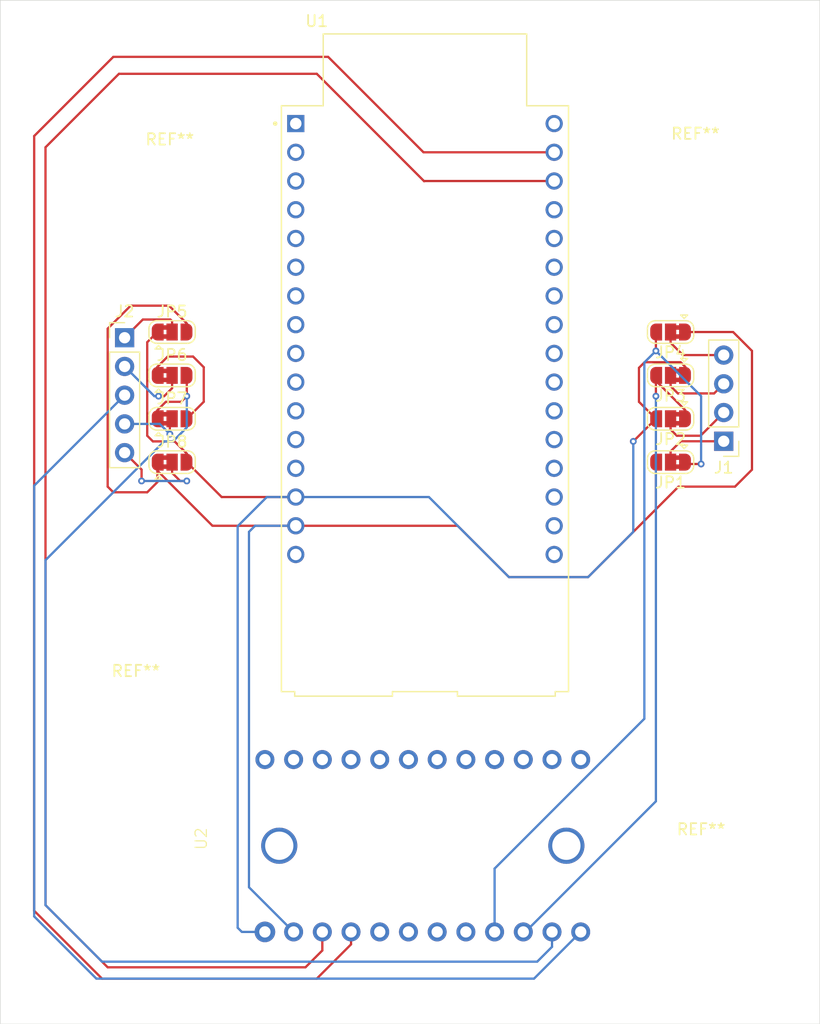
<source format=kicad_pcb>
(kicad_pcb (version 20240108) (generator "pcbnew") (generator_version "8.0")
  (layers (0 "F.Cu" signal) (31 "B.Cu" signal) (34 "B.Paste" user) (35 "F.Paste" user) (36 "B.SilkS" user "B.Silkscreen") (37 "F.SilkS" user "F.Silkscreen") (38 "B.Mask" user) (39 "F.Mask" user) (44 "Edge.Cuts" user))
  (net 0 "")
  (net 1 "Net-(J1-Pin_1)")
  (net 2 "Net-(J1-Pin_2)")
  (net 3 "Net-(J1-Pin_3)")
  (net 4 "Net-(J1-Pin_4)")
  (net 5 "SC1")
  (net 6 "Net-(J2-Pin_2)")
  (net 7 "Net-(J2-Pin_4)")
  (net 8 "Net-(J2-Pin_5)")
  (net 9 "Net-(J2-Pin_1)")
  (net 10 "GND")
  (net 11 "SD0")
  (net 12 "SC0")
  (net 13 "+5V")
  (net 14 "IRQ")
  (net 15 "SD1")
  (net 25 "+3.3V")
  (net 39 "SCL")
  (net 42 "SDA")
  (net 46 "RST")
  (footprint "Jumper:SolderJumper-3_P1.3mm_Bridged2Bar12_RoundedPad1.0x1.5mm" (layer "F.Cu") (at 170.3 89.835 180)
    (property "Reference" "JP1" (at 0 -1.8 360) (layer "F.SilkS"))
    (property "Value" "SolderJumper_3_Open")
    (fp_poly (pts (xy -0.9 0.2) (xy -0.4 0.2) (xy -0.4 0.6) (xy -0.9 0.6)) (fill solid) (layer "F.Cu"))
    (fp_poly (pts (xy -0.9 -0.6) (xy -0.4 -0.6) (xy -0.4 -0.2) (xy -0.9 -0.2)) (fill solid) (layer "F.Cu"))
    (fp_line (start 2.05 -0.3) (end 2.05 0.3) (stroke (width 0.12)) (layer "F.SilkS"))
    (fp_line (start 1.4 1) (end -1.4 1) (stroke (width 0.12)) (layer "F.SilkS"))
    (fp_line (start -1.2 1.2) (end -0.9 1.5) (stroke (width 0.12)) (layer "F.SilkS"))
    (fp_line (start -1.2 1.2) (end -1.5 1.5) (stroke (width 0.12)) (layer "F.SilkS"))
    (fp_line (start -1.4 -1) (end 1.4 -1) (stroke (width 0.12)) (layer "F.SilkS"))
    (fp_line (start -1.5 1.5) (end -0.9 1.5) (stroke (width 0.12)) (layer "F.SilkS"))
    (fp_line (start -2.05 0.3) (end -2.05 -0.3) (stroke (width 0.12)) (layer "F.SilkS"))
    (fp_arc (start 2.05 0.3) (mid 1.844975 0.794975) (end 1.35 1) (stroke (width 0.12)) (layer "F.SilkS"))
    (fp_arc (start 1.35 -1) (mid 1.844975 -0.794975) (end 2.05 -0.3) (stroke (width 0.12)) (layer "F.SilkS"))
    (fp_arc (start -1.35 1) (mid -1.844975 0.794975) (end -2.05 0.3) (stroke (width 0.12)) (layer "F.SilkS"))
    (fp_arc (start -2.05 -0.3) (mid -1.844975 -0.794975) (end -1.35 -1) (stroke (width 0.12)) (layer "F.SilkS"))
    (pad "1" smd custom (at -1.3 0 180) (size 1 0.5) (layers "F.Cu" "F.Mask") (net 11 "SD0") (options (clearance outline) (anchor rect)) (primitives (gr_circle (center 0 0.25) (end 0.5 0.25) (width 0) (fill yes)) (gr_circle (center 0 -0.25) (end 0.5 -0.25) (width 0) (fill yes)) (gr_poly (pts (xy 0.55 0.75) (xy 0 0.75) (xy 0 -0.75) (xy 0.55 -0.75)) (width 0) (fill yes))))
    (pad "2" smd rect (at 0 0 180) (size 1 1.5) (layers "F.Cu" "F.Mask") (net 1 "Net-(J1-Pin_1)"))
    (pad "3" smd custom (at 1.3 0 180) (size 1 0.5) (layers "F.Cu" "F.Mask") (net 10 "GND") (options (clearance outline) (anchor rect)) (primitives (gr_circle (center 0 0.25) (end 0.5 0.25) (width 0) (fill yes)) (gr_circle (center 0 -0.25) (end 0.5 -0.25) (width 0) (fill yes)) (gr_poly (pts (xy 0 0.75) (xy -0.55 0.75) (xy -0.55 -0.75) (xy 0 -0.75)) (width 0) (fill yes))))
  )
  (footprint "Jumper:SolderJumper-3_P1.3mm_Bridged2Bar12_RoundedPad1.0x1.5mm" (layer "F.Cu") (at 126.2 89.835)
    (property "Reference" "JP8" (at 0 -1.8 360) (layer "F.SilkS"))
    (property "Value" "SolderJumper_3_Open")
    (fp_poly (pts (xy -0.9 -0.6) (xy -0.4 -0.6) (xy -0.4 -0.2) (xy -0.9 -0.2)) (fill solid) (layer "F.Cu"))
    (fp_poly (pts (xy -0.9 0.2) (xy -0.4 0.2) (xy -0.4 0.6) (xy -0.9 0.6)) (fill solid) (layer "F.Cu"))
    (fp_line (start -2.05 0.3) (end -2.05 -0.3) (stroke (width 0.12)) (layer "F.SilkS"))
    (fp_line (start -1.5 1.5) (end -0.9 1.5) (stroke (width 0.12)) (layer "F.SilkS"))
    (fp_line (start -1.4 -1) (end 1.4 -1) (stroke (width 0.12)) (layer "F.SilkS"))
    (fp_line (start -1.2 1.2) (end -1.5 1.5) (stroke (width 0.12)) (layer "F.SilkS"))
    (fp_line (start -1.2 1.2) (end -0.9 1.5) (stroke (width 0.12)) (layer "F.SilkS"))
    (fp_line (start 1.4 1) (end -1.4 1) (stroke (width 0.12)) (layer "F.SilkS"))
    (fp_line (start 2.05 -0.3) (end 2.05 0.3) (stroke (width 0.12)) (layer "F.SilkS"))
    (fp_arc (start -2.05 -0.3) (mid -1.844975 -0.794975) (end -1.35 -1) (stroke (width 0.12)) (layer "F.SilkS"))
    (fp_arc (start -1.35 1) (mid -1.844975 0.794975) (end -2.05 0.3) (stroke (width 0.12)) (layer "F.SilkS"))
    (fp_arc (start 1.35 -1) (mid 1.844975 -0.794975) (end 2.05 -0.3) (stroke (width 0.12)) (layer "F.SilkS"))
    (fp_arc (start 2.05 0.3) (mid 1.844975 0.794975) (end 1.35 1) (stroke (width 0.12)) (layer "F.SilkS"))
    (pad "1" smd custom (at -1.3 0) (size 1 0.5) (layers "F.Cu" "F.Mask") (net 10 "GND") (options (clearance outline) (anchor rect)) (primitives (gr_circle (center 0 0.25) (end 0.5 0.25) (width 0) (fill yes)) (gr_circle (center 0 -0.25) (end 0.5 -0.25) (width 0) (fill yes)) (gr_poly (pts (xy 0.55 0.75) (xy 0 0.75) (xy 0 -0.75) (xy 0.55 -0.75)) (width 0) (fill yes))))
    (pad "2" smd rect (at 0 0) (size 1 1.5) (layers "F.Cu" "F.Mask") (net 8 "Net-(J2-Pin_5)"))
    (pad "3" smd custom (at 1.3 0) (size 1 0.5) (layers "F.Cu" "F.Mask") (net 13 "+5V") (options (clearance outline) (anchor rect)) (primitives (gr_circle (center 0 0.25) (end 0.5 0.25) (width 0) (fill yes)) (gr_circle (center 0 -0.25) (end 0.5 -0.25) (width 0) (fill yes)) (gr_poly (pts (xy 0 0.75) (xy -0.55 0.75) (xy -0.55 -0.75) (xy 0 -0.75)) (width 0) (fill yes))))
  )
  (footprint "Jumper:SolderJumper-3_P1.3mm_Bridged2Bar12_RoundedPad1.0x1.5mm" (layer "F.Cu") (at 170.3 78.33 180)
    (property "Reference" "JP4" (at 0 -1.8 360) (layer "F.SilkS"))
    (property "Value" "SolderJumper_3_Open")
    (fp_poly (pts (xy -0.9 0.2) (xy -0.4 0.2) (xy -0.4 0.6) (xy -0.9 0.6)) (fill solid) (layer "F.Cu"))
    (fp_poly (pts (xy -0.9 -0.6) (xy -0.4 -0.6) (xy -0.4 -0.2) (xy -0.9 -0.2)) (fill solid) (layer "F.Cu"))
    (fp_line (start 2.05 -0.3) (end 2.05 0.3) (stroke (width 0.12)) (layer "F.SilkS"))
    (fp_line (start 1.4 1) (end -1.4 1) (stroke (width 0.12)) (layer "F.SilkS"))
    (fp_line (start -1.2 1.2) (end -0.9 1.5) (stroke (width 0.12)) (layer "F.SilkS"))
    (fp_line (start -1.2 1.2) (end -1.5 1.5) (stroke (width 0.12)) (layer "F.SilkS"))
    (fp_line (start -1.4 -1) (end 1.4 -1) (stroke (width 0.12)) (layer "F.SilkS"))
    (fp_line (start -1.5 1.5) (end -0.9 1.5) (stroke (width 0.12)) (layer "F.SilkS"))
    (fp_line (start -2.05 0.3) (end -2.05 -0.3) (stroke (width 0.12)) (layer "F.SilkS"))
    (fp_arc (start 2.05 0.3) (mid 1.844975 0.794975) (end 1.35 1) (stroke (width 0.12)) (layer "F.SilkS"))
    (fp_arc (start 1.35 -1) (mid 1.844975 -0.794975) (end 2.05 -0.3) (stroke (width 0.12)) (layer "F.SilkS"))
    (fp_arc (start -1.35 1) (mid -1.844975 0.794975) (end -2.05 0.3) (stroke (width 0.12)) (layer "F.SilkS"))
    (fp_arc (start -2.05 -0.3) (mid -1.844975 -0.794975) (end -1.35 -1) (stroke (width 0.12)) (layer "F.SilkS"))
    (pad "1" smd custom (at -1.3 0 180) (size 1 0.5) (layers "F.Cu" "F.Mask") (net 10 "GND") (options (clearance outline) (anchor rect)) (primitives (gr_circle (center 0 0.25) (end 0.5 0.25) (width 0) (fill yes)) (gr_circle (center 0 -0.25) (end 0.5 -0.25) (width 0) (fill yes)) (gr_poly (pts (xy 0.55 0.75) (xy 0 0.75) (xy 0 -0.75) (xy 0.55 -0.75)) (width 0) (fill yes))))
    (pad "2" smd rect (at 0 0 180) (size 1 1.5) (layers "F.Cu" "F.Mask") (net 4 "Net-(J1-Pin_4)"))
    (pad "3" smd custom (at 1.3 0 180) (size 1 0.5) (layers "F.Cu" "F.Mask") (net 11 "SD0") (options (clearance outline) (anchor rect)) (primitives (gr_circle (center 0 0.25) (end 0.5 0.25) (width 0) (fill yes)) (gr_circle (center 0 -0.25) (end 0.5 -0.25) (width 0) (fill yes)) (gr_poly (pts (xy 0 0.75) (xy -0.55 0.75) (xy -0.55 -0.75) (xy 0 -0.75)) (width 0) (fill yes))))
  )
  (footprint "Library:MODULE_ESP32-C6-DEVKITC-1-N8" (layer "F.Cu") (at 148.57 84.225)
    (property "Reference" "U1" (at -9.575 -33.385 0) (layer "F.SilkS"))
    (property "Value" "ESP32-C6-DEVKITC-1-N8")
    (fp_line (start -12.7 -25.9) (end -9 -25.9) (stroke (width 0.127)) (layer "F.SilkS"))
    (fp_line (start -12.7 25.9) (end -12.7 -25.9) (stroke (width 0.127)) (layer "F.SilkS"))
    (fp_line (start -11.525 25.9) (end -12.7 25.9) (stroke (width 0.127)) (layer "F.SilkS"))
    (fp_line (start -11.525 25.9) (end -11.525 26.3) (stroke (width 0.127)) (layer "F.SilkS"))
    (fp_line (start -11.525 26.3) (end -2.875 26.3) (stroke (width 0.127)) (layer "F.SilkS"))
    (fp_line (start -9 -32.25) (end 9 -32.25) (stroke (width 0.127)) (layer "F.SilkS"))
    (fp_line (start -9 -25.9) (end -9 -32.25) (stroke (width 0.127)) (layer "F.SilkS"))
    (fp_line (start -2.875 26.3) (end -2.875 25.9) (stroke (width 0.127)) (layer "F.SilkS"))
    (fp_line (start 2.875 25.9) (end -2.875 25.9) (stroke (width 0.127)) (layer "F.SilkS"))
    (fp_line (start 2.875 25.9) (end 2.875 26.3) (stroke (width 0.127)) (layer "F.SilkS"))
    (fp_line (start 2.875 26.3) (end 11.525 26.3) (stroke (width 0.127)) (layer "F.SilkS"))
    (fp_line (start 9 -32.25) (end 9 -25.9) (stroke (width 0.127)) (layer "F.SilkS"))
    (fp_line (start 9 -25.9) (end 12.7 -25.9) (stroke (width 0.127)) (layer "F.SilkS"))
    (fp_line (start 11.525 26.3) (end 11.525 25.9) (stroke (width 0.127)) (layer "F.SilkS"))
    (fp_line (start 12.7 -25.9) (end 12.7 25.9) (stroke (width 0.127)) (layer "F.SilkS"))
    (fp_line (start 12.7 25.9) (end 11.525 25.9) (stroke (width 0.127)) (layer "F.SilkS"))
    (fp_circle (center -13.25 -24.325) (end -13.15 -24.325) (stroke (width 0.2)) (fill none) (layer "F.SilkS"))
    (pad "J1_1" thru_hole rect (at -11.43 -24.325) (size 1.524 1.524) (drill 1.016) (layers "*.Cu" "*.Mask") (net 25 "+3.3V"))
    (pad "J1_2" thru_hole circle (at -11.43 -21.785) (size 1.524 1.524) (drill 1.016) (layers "*.Cu" "*.Mask"))
    (pad "J1_3" thru_hole circle (at -11.43 -19.245) (size 1.524 1.524) (drill 1.016) (layers "*.Cu" "*.Mask"))
    (pad "J1_4" thru_hole circle (at -11.43 -16.705) (size 1.524 1.524) (drill 1.016) (layers "*.Cu" "*.Mask"))
    (pad "J1_5" thru_hole circle (at -11.43 -14.165) (size 1.524 1.524) (drill 1.016) (layers "*.Cu" "*.Mask"))
    (pad "J1_6" thru_hole circle (at -11.43 -11.625) (size 1.524 1.524) (drill 1.016) (layers "*.Cu" "*.Mask"))
    (pad "J1_7" thru_hole circle (at -11.43 -9.085) (size 1.524 1.524) (drill 1.016) (layers "*.Cu" "*.Mask"))
    (pad "J1_8" thru_hole circle (at -11.43 -6.545) (size 1.524 1.524) (drill 1.016) (layers "*.Cu" "*.Mask"))
    (pad "J1_9" thru_hole circle (at -11.43 -4.005) (size 1.524 1.524) (drill 1.016) (layers "*.Cu" "*.Mask"))
    (pad "J1_10" thru_hole circle (at -11.43 -1.465) (size 1.524 1.524) (drill 1.016) (layers "*.Cu" "*.Mask"))
    (pad "J1_11" thru_hole circle (at -11.43 1.075) (size 1.524 1.524) (drill 1.016) (layers "*.Cu" "*.Mask"))
    (pad "J1_12" thru_hole circle (at -11.43 3.615) (size 1.524 1.524) (drill 1.016) (layers "*.Cu" "*.Mask"))
    (pad "J1_13" thru_hole circle (at -11.43 6.155) (size 1.524 1.524) (drill 1.016) (layers "*.Cu" "*.Mask"))
    (pad "J1_14" thru_hole circle (at -11.43 8.695) (size 1.524 1.524) (drill 1.016) (layers "*.Cu" "*.Mask") (net 13 "+5V"))
    (pad "J1_15" thru_hole circle (at -11.43 11.235) (size 1.524 1.524) (drill 1.016) (layers "*.Cu" "*.Mask") (net 10 "GND"))
    (pad "J1_16" thru_hole circle (at -11.43 13.775) (size 1.524 1.524) (drill 1.016) (layers "*.Cu" "*.Mask"))
    (pad "J3_1" thru_hole circle (at 11.43 -24.325) (size 1.524 1.524) (drill 1.016) (layers "*.Cu" "*.Mask"))
    (pad "J3_2" thru_hole circle (at 11.43 -21.785) (size 1.524 1.524) (drill 1.016) (layers "*.Cu" "*.Mask") (net 39 "SCL"))
    (pad "J3_3" thru_hole circle (at 11.43 -19.245) (size 1.524 1.524) (drill 1.016) (layers "*.Cu" "*.Mask") (net 42 "SDA"))
    (pad "J3_4" thru_hole circle (at 11.43 -16.705) (size 1.524 1.524) (drill 1.016) (layers "*.Cu" "*.Mask"))
    (pad "J3_5" thru_hole circle (at 11.43 -14.165) (size 1.524 1.524) (drill 1.016) (layers "*.Cu" "*.Mask"))
    (pad "J3_6" thru_hole circle (at 11.43 -11.625) (size 1.524 1.524) (drill 1.016) (layers "*.Cu" "*.Mask"))
    (pad "J3_7" thru_hole circle (at 11.43 -9.085) (size 1.524 1.524) (drill 1.016) (layers "*.Cu" "*.Mask"))
    (pad "J3_8" thru_hole circle (at 11.43 -6.545) (size 1.524 1.524) (drill 1.016) (layers "*.Cu" "*.Mask"))
    (pad "J3_9" thru_hole circle (at 11.43 -4.005) (size 1.524 1.524) (drill 1.016) (layers "*.Cu" "*.Mask"))
    (pad "J3_10" thru_hole circle (at 11.43 -1.465) (size 1.524 1.524) (drill 1.016) (layers "*.Cu" "*.Mask"))
    (pad "J3_11" thru_hole circle (at 11.43 1.075) (size 1.524 1.524) (drill 1.016) (layers "*.Cu" "*.Mask"))
    (pad "J3_12" thru_hole circle (at 11.43 3.615) (size 1.524 1.524) (drill 1.016) (layers "*.Cu" "*.Mask"))
    (pad "J3_13" thru_hole circle (at 11.43 6.155) (size 1.524 1.524) (drill 1.016) (layers "*.Cu" "*.Mask"))
    (pad "J3_14" thru_hole circle (at 11.43 8.695) (size 1.524 1.524) (drill 1.016) (layers "*.Cu" "*.Mask"))
    (pad "J3_15" thru_hole circle (at 11.43 11.235) (size 1.524 1.524) (drill 1.016) (layers "*.Cu" "*.Mask"))
    (pad "J3_16" thru_hole circle (at 11.43 13.775) (size 1.524 1.524) (drill 1.016) (layers "*.Cu" "*.Mask"))
  )
  (footprint "MountingHole:MountingHole_3.2mm_M3" (layer "F.Cu") (at 173 126.5)
    (property "Reference" "REF**" (at 0 -4.2 0) (layer "F.SilkS"))
    (property "Value" "MountingHole_3.2mm_M3")
    (pad "" np_thru_hole circle (at 0 0) (size 3.2 3.2) (drill 3.2) (layers "F&B.Cu" "*.Mask"))
  )
  (footprint "Jumper:SolderJumper-3_P1.3mm_Bridged2Bar12_RoundedPad1.0x1.5mm" (layer "F.Cu") (at 170.3 82.165 180)
    (property "Reference" "JP3" (at 0 -1.8 360) (layer "F.SilkS"))
    (property "Value" "SolderJumper_3_Open")
    (fp_poly (pts (xy -0.9 0.2) (xy -0.4 0.2) (xy -0.4 0.6) (xy -0.9 0.6)) (fill solid) (layer "F.Cu"))
    (fp_poly (pts (xy -0.9 -0.6) (xy -0.4 -0.6) (xy -0.4 -0.2) (xy -0.9 -0.2)) (fill solid) (layer "F.Cu"))
    (fp_line (start 2.05 -0.3) (end 2.05 0.3) (stroke (width 0.12)) (layer "F.SilkS"))
    (fp_line (start 1.4 1) (end -1.4 1) (stroke (width 0.12)) (layer "F.SilkS"))
    (fp_line (start -1.2 1.2) (end -0.9 1.5) (stroke (width 0.12)) (layer "F.SilkS"))
    (fp_line (start -1.2 1.2) (end -1.5 1.5) (stroke (width 0.12)) (layer "F.SilkS"))
    (fp_line (start -1.4 -1) (end 1.4 -1) (stroke (width 0.12)) (layer "F.SilkS"))
    (fp_line (start -1.5 1.5) (end -0.9 1.5) (stroke (width 0.12)) (layer "F.SilkS"))
    (fp_line (start -2.05 0.3) (end -2.05 -0.3) (stroke (width 0.12)) (layer "F.SilkS"))
    (fp_arc (start 2.05 0.3) (mid 1.844975 0.794975) (end 1.35 1) (stroke (width 0.12)) (layer "F.SilkS"))
    (fp_arc (start 1.35 -1) (mid 1.844975 -0.794975) (end 2.05 -0.3) (stroke (width 0.12)) (layer "F.SilkS"))
    (fp_arc (start -1.35 1) (mid -1.844975 0.794975) (end -2.05 0.3) (stroke (width 0.12)) (layer "F.SilkS"))
    (fp_arc (start -2.05 -0.3) (mid -1.844975 -0.794975) (end -1.35 -1) (stroke (width 0.12)) (layer "F.SilkS"))
    (pad "1" smd custom (at -1.3 0 180) (size 1 0.5) (layers "F.Cu" "F.Mask") (net 13 "+5V") (options (clearance outline) (anchor rect)) (primitives (gr_circle (center 0 0.25) (end 0.5 0.25) (width 0) (fill yes)) (gr_circle (center 0 -0.25) (end 0.5 -0.25) (width 0) (fill yes)) (gr_poly (pts (xy 0.55 0.75) (xy 0 0.75) (xy 0 -0.75) (xy 0.55 -0.75)) (width 0) (fill yes))))
    (pad "2" smd rect (at 0 0 180) (size 1 1.5) (layers "F.Cu" "F.Mask") (net 3 "Net-(J1-Pin_3)"))
    (pad "3" smd custom (at 1.3 0 180) (size 1 0.5) (layers "F.Cu" "F.Mask") (net 12 "SC0") (options (clearance outline) (anchor rect)) (primitives (gr_circle (center 0 0.25) (end 0.5 0.25) (width 0) (fill yes)) (gr_circle (center 0 -0.25) (end 0.5 -0.25) (width 0) (fill yes)) (gr_poly (pts (xy 0 0.75) (xy -0.55 0.75) (xy -0.55 -0.75) (xy 0 -0.75)) (width 0) (fill yes))))
  )
  (footprint "Connector_PinHeader_2.54mm:PinHeader_1x05_P2.54mm_Vertical" (layer "F.Cu") (at 122 78.835)
    (property "Reference" "J2" (at 0 -2.33 360) (layer "F.SilkS"))
    (property "Value" "Conn_01x05_Socket")
    (fp_line (start -1.33 -1.33) (end 0 -1.33) (stroke (width 0.12)) (layer "F.SilkS"))
    (fp_line (start -1.33 0) (end -1.33 -1.33) (stroke (width 0.12)) (layer "F.SilkS"))
    (fp_line (start -1.33 1.27) (end -1.33 11.49) (stroke (width 0.12)) (layer "F.SilkS"))
    (fp_line (start -1.33 1.27) (end 1.33 1.27) (stroke (width 0.12)) (layer "F.SilkS"))
    (fp_line (start -1.33 11.49) (end 1.33 11.49) (stroke (width 0.12)) (layer "F.SilkS"))
    (fp_line (start 1.33 1.27) (end 1.33 11.49) (stroke (width 0.12)) (layer "F.SilkS"))
    (pad "1" thru_hole rect (at 0 0) (size 1.7 1.7) (drill 1) (layers "*.Cu" "*.Mask") (net 9 "Net-(J2-Pin_1)"))
    (pad "2" thru_hole oval (at 0 2.54) (size 1.7 1.7) (drill 1) (layers "*.Cu" "*.Mask") (net 6 "Net-(J2-Pin_2)"))
    (pad "3" thru_hole oval (at 0 5.08) (size 1.7 1.7) (drill 1) (layers "*.Cu" "*.Mask") (net 5 "SC1"))
    (pad "4" thru_hole oval (at 0 7.62) (size 1.7 1.7) (drill 1) (layers "*.Cu" "*.Mask") (net 7 "Net-(J2-Pin_4)"))
    (pad "5" thru_hole oval (at 0 10.16) (size 1.7 1.7) (drill 1) (layers "*.Cu" "*.Mask") (net 8 "Net-(J2-Pin_5)"))
  )
  (footprint "MountingHole:MountingHole_3.2mm_M3" (layer "F.Cu") (at 123 112.5)
    (property "Reference" "REF**" (at 0 -4.2 0) (layer "F.SilkS"))
    (property "Value" "MountingHole_3.2mm_M3")
    (pad "" np_thru_hole circle (at 0 0) (size 3.2 3.2) (drill 3.2) (layers "F&B.Cu" "*.Mask"))
  )
  (footprint "Library:B0BFD4X6YV" (layer "F.Cu") (at 129.27 123.13 90)
    (property "Reference" "U2" (at 0 -0.5 90) (layer "F.SilkS") (effects (font (thickness 0.1))))
    (property "Value" "~")
    (pad "1" thru_hole circle (at -8.24 5.14 90) (size 1.824476 1.824476) (drill 1) (layers "*.Cu" "*.Mask") (net 13 "+5V"))
    (pad "2" thru_hole circle (at -8.24 7.68 90) (size 1.6764 1.6764) (drill 1) (layers "*.Cu" "*.Mask") (net 10 "GND"))
    (pad "3" thru_hole circle (at -8.24 10.22 90) (size 1.6764 1.6764) (drill 1) (layers "*.Cu" "*.Mask") (net 42 "SDA"))
    (pad "4" thru_hole circle (at -8.24 12.76 90) (size 1.6764 1.6764) (drill 1) (layers "*.Cu" "*.Mask") (net 39 "SCL"))
    (pad "5" thru_hole circle (at -8.24 15.3 90) (size 1.6764 1.6764) (drill 1) (layers "*.Cu" "*.Mask") (net 46 "RST"))
    (pad "6" thru_hole circle (at -8.24 17.84 90) (size 1.6764 1.6764) (drill 1) (layers "*.Cu" "*.Mask"))
    (pad "7" thru_hole circle (at -8.24 20.38 90) (size 1.6764 1.6764) (drill 1) (layers "*.Cu" "*.Mask"))
    (pad "8" thru_hole circle (at -8.24 22.92 90) (size 1.6764 1.6764) (drill 1) (layers "*.Cu" "*.Mask"))
    (pad "9" thru_hole circle (at -8.24 25.46 90) (size 1.6764 1.6764) (drill 1) (layers "*.Cu" "*.Mask") (net 11 "SD0"))
    (pad "10" thru_hole circle (at -8.24 28 90) (size 1.6764 1.6764) (drill 1) (layers "*.Cu" "*.Mask") (net 12 "SC0"))
    (pad "11" thru_hole circle (at -8.24 30.54 90) (size 1.6764 1.6764) (drill 1) (layers "*.Cu" "*.Mask") (net 15 "SD1"))
    (pad "12" thru_hole circle (at -8.24 33.08 90) (size 1.6764 1.6764) (drill 1) (layers "*.Cu" "*.Mask") (net 5 "SC1"))
    (pad "13" thru_hole circle (at 7 33.08 270) (size 1.6764 1.6764) (drill 1) (layers "*.Cu" "*.Mask"))
    (pad "14" thru_hole circle (at 7 30.54 270) (size 1.6764 1.6764) (drill 1) (layers "*.Cu" "*.Mask"))
    (pad "15" thru_hole circle (at 7 28 270) (size 1.6764 1.6764) (drill 1) (layers "*.Cu" "*.Mask"))
    (pad "16" thru_hole circle (at 7 25.46 270) (size 1.6764 1.6764) (drill 1) (layers "*.Cu" "*.Mask"))
    (pad "17" thru_hole circle (at 7 22.92 270) (size 1.6764 1.6764) (drill 1) (layers "*.Cu" "*.Mask"))
    (pad "18" thru_hole circle (at 7 20.38 270) (size 1.6764 1.6764) (drill 1) (layers "*.Cu" "*.Mask"))
    (pad "19" thru_hole circle (at 7 17.84 270) (size 1.6764 1.6764) (drill 1) (layers "*.Cu" "*.Mask"))
    (pad "20" thru_hole circle (at 7 15.3 270) (size 1.6764 1.6764) (drill 1) (layers "*.Cu" "*.Mask"))
    (pad "21" thru_hole circle (at 7 12.76 270) (size 1.6764 1.6764) (drill 1) (layers "*.Cu" "*.Mask"))
    (pad "22" thru_hole circle (at 7 10.22 270) (size 1.6764 1.6764) (drill 1) (layers "*.Cu" "*.Mask"))
    (pad "23" thru_hole circle (at 7 7.68 270) (size 1.6764 1.6764) (drill 1) (layers "*.Cu" "*.Mask"))
    (pad "24" thru_hole circle (at 7 5.14 270) (size 1.6764 1.6764) (drill 1) (layers "*.Cu" "*.Mask"))
    (pad "P$1" thru_hole circle (at -0.62 6.41 90) (size 3.2 3.2) (drill 2.5) (layers "*.Cu" "*.Mask"))
    (pad "P$1" thru_hole circle (at -0.62 31.81 90) (size 3.2 3.2) (drill 2.5) (layers "*.Cu" "*.Mask"))
  )
  (footprint "Jumper:SolderJumper-3_P1.3mm_Bridged2Bar12_RoundedPad1.0x1.5mm" (layer "F.Cu") (at 126.2 78.33)
    (property "Reference" "JP5" (at 0 -1.8 360) (layer "F.SilkS"))
    (property "Value" "SolderJumper_3_Open")
    (fp_poly (pts (xy -0.9 -0.6) (xy -0.4 -0.6) (xy -0.4 -0.2) (xy -0.9 -0.2)) (fill solid) (layer "F.Cu"))
    (fp_poly (pts (xy -0.9 0.2) (xy -0.4 0.2) (xy -0.4 0.6) (xy -0.9 0.6)) (fill solid) (layer "F.Cu"))
    (fp_line (start -2.05 0.3) (end -2.05 -0.3) (stroke (width 0.12)) (layer "F.SilkS"))
    (fp_line (start -1.5 1.5) (end -0.9 1.5) (stroke (width 0.12)) (layer "F.SilkS"))
    (fp_line (start -1.4 -1) (end 1.4 -1) (stroke (width 0.12)) (layer "F.SilkS"))
    (fp_line (start -1.2 1.2) (end -1.5 1.5) (stroke (width 0.12)) (layer "F.SilkS"))
    (fp_line (start -1.2 1.2) (end -0.9 1.5) (stroke (width 0.12)) (layer "F.SilkS"))
    (fp_line (start 1.4 1) (end -1.4 1) (stroke (width 0.12)) (layer "F.SilkS"))
    (fp_line (start 2.05 -0.3) (end 2.05 0.3) (stroke (width 0.12)) (layer "F.SilkS"))
    (fp_arc (start -2.05 -0.3) (mid -1.844975 -0.794975) (end -1.35 -1) (stroke (width 0.12)) (layer "F.SilkS"))
    (fp_arc (start -1.35 1) (mid -1.844975 0.794975) (end -2.05 0.3) (stroke (width 0.12)) (layer "F.SilkS"))
    (fp_arc (start 1.35 -1) (mid 1.844975 -0.794975) (end 2.05 -0.3) (stroke (width 0.12)) (layer "F.SilkS"))
    (fp_arc (start 2.05 0.3) (mid 1.844975 0.794975) (end 1.35 1) (stroke (width 0.12)) (layer "F.SilkS"))
    (pad "1" smd custom (at -1.3 0) (size 1 0.5) (layers "F.Cu" "F.Mask") (net 13 "+5V") (options (clearance outline) (anchor rect)) (primitives (gr_circle (center 0 0.25) (end 0.5 0.25) (width 0) (fill yes)) (gr_circle (center 0 -0.25) (end 0.5 -0.25) (width 0) (fill yes)) (gr_poly (pts (xy 0.55 0.75) (xy 0 0.75) (xy 0 -0.75) (xy 0.55 -0.75)) (width 0) (fill yes))))
    (pad "2" smd rect (at 0 0) (size 1 1.5) (layers "F.Cu" "F.Mask") (net 9 "Net-(J2-Pin_1)"))
    (pad "3" smd custom (at 1.3 0) (size 1 0.5) (layers "F.Cu" "F.Mask") (net 10 "GND") (options (clearance outline) (anchor rect)) (primitives (gr_circle (center 0 0.25) (end 0.5 0.25) (width 0) (fill yes)) (gr_circle (center 0 -0.25) (end 0.5 -0.25) (width 0) (fill yes)) (gr_poly (pts (xy 0 0.75) (xy -0.55 0.75) (xy -0.55 -0.75) (xy 0 -0.75)) (width 0) (fill yes))))
  )
  (footprint "MountingHole:MountingHole_3.2mm_M3" (layer "F.Cu") (at 172.5 65)
    (property "Reference" "REF**" (at 0 -4.2 0) (layer "F.SilkS"))
    (property "Value" "MountingHole_3.2mm_M3")
    (pad "" np_thru_hole circle (at 0 0) (size 3.2 3.2) (drill 3.2) (layers "F&B.Cu" "*.Mask"))
  )
  (footprint "Connector_PinHeader_2.54mm:PinHeader_1x04_P2.54mm_Vertical" (layer "F.Cu") (at 175 87.99 180)
    (property "Reference" "J1" (at 0 -2.33 360) (layer "F.SilkS"))
    (property "Value" "Conn_01x04_Socket")
    (fp_line (start 1.33 1.27) (end 1.33 8.95) (stroke (width 0.12)) (layer "F.SilkS"))
    (fp_line (start -1.33 8.95) (end 1.33 8.95) (stroke (width 0.12)) (layer "F.SilkS"))
    (fp_line (start -1.33 1.27) (end 1.33 1.27) (stroke (width 0.12)) (layer "F.SilkS"))
    (fp_line (start -1.33 1.27) (end -1.33 8.95) (stroke (width 0.12)) (layer "F.SilkS"))
    (fp_line (start -1.33 0) (end -1.33 -1.33) (stroke (width 0.12)) (layer "F.SilkS"))
    (fp_line (start -1.33 -1.33) (end 0 -1.33) (stroke (width 0.12)) (layer "F.SilkS"))
    (pad "1" thru_hole rect (at 0 0 180) (size 1.7 1.7) (drill 1) (layers "*.Cu" "*.Mask") (net 1 "Net-(J1-Pin_1)"))
    (pad "2" thru_hole oval (at 0 2.54 180) (size 1.7 1.7) (drill 1) (layers "*.Cu" "*.Mask") (net 2 "Net-(J1-Pin_2)"))
    (pad "3" thru_hole oval (at 0 5.08 180) (size 1.7 1.7) (drill 1) (layers "*.Cu" "*.Mask") (net 3 "Net-(J1-Pin_3)"))
    (pad "4" thru_hole oval (at 0 7.62 180) (size 1.7 1.7) (drill 1) (layers "*.Cu" "*.Mask") (net 4 "Net-(J1-Pin_4)"))
  )
  (footprint "Jumper:SolderJumper-3_P1.3mm_Bridged2Bar12_RoundedPad1.0x1.5mm" (layer "F.Cu") (at 126.2 82.165)
    (property "Reference" "JP6" (at 0 -1.8 360) (layer "F.SilkS"))
    (property "Value" "SolderJumper_3_Open")
    (fp_poly (pts (xy -0.9 -0.6) (xy -0.4 -0.6) (xy -0.4 -0.2) (xy -0.9 -0.2)) (fill solid) (layer "F.Cu"))
    (fp_poly (pts (xy -0.9 0.2) (xy -0.4 0.2) (xy -0.4 0.6) (xy -0.9 0.6)) (fill solid) (layer "F.Cu"))
    (fp_line (start -2.05 0.3) (end -2.05 -0.3) (stroke (width 0.12)) (layer "F.SilkS"))
    (fp_line (start -1.5 1.5) (end -0.9 1.5) (stroke (width 0.12)) (layer "F.SilkS"))
    (fp_line (start -1.4 -1) (end 1.4 -1) (stroke (width 0.12)) (layer "F.SilkS"))
    (fp_line (start -1.2 1.2) (end -1.5 1.5) (stroke (width 0.12)) (layer "F.SilkS"))
    (fp_line (start -1.2 1.2) (end -0.9 1.5) (stroke (width 0.12)) (layer "F.SilkS"))
    (fp_line (start 1.4 1) (end -1.4 1) (stroke (width 0.12)) (layer "F.SilkS"))
    (fp_line (start 2.05 -0.3) (end 2.05 0.3) (stroke (width 0.12)) (layer "F.SilkS"))
    (fp_arc (start -2.05 -0.3) (mid -1.844975 -0.794975) (end -1.35 -1) (stroke (width 0.12)) (layer "F.SilkS"))
    (fp_arc (start -1.35 1) (mid -1.844975 0.794975) (end -2.05 0.3) (stroke (width 0.12)) (layer "F.SilkS"))
    (fp_arc (start 1.35 -1) (mid 1.844975 -0.794975) (end 2.05 -0.3) (stroke (width 0.12)) (layer "F.SilkS"))
    (fp_arc (start 2.05 0.3) (mid 1.844975 0.794975) (end 1.35 1) (stroke (width 0.12)) (layer "F.SilkS"))
    (pad "1" smd custom (at -1.3 0) (size 1 0.5) (layers "F.Cu" "F.Mask") (net 14 "IRQ") (options (clearance outline) (anchor rect)) (primitives (gr_circle (center 0 0.25) (end 0.5 0.25) (width 0) (fill yes)) (gr_circle (center 0 -0.25) (end 0.5 -0.25) (width 0) (fill yes)) (gr_poly (pts (xy 0.55 0.75) (xy 0 0.75) (xy 0 -0.75) (xy 0.55 -0.75)) (width 0) (fill yes))))
    (pad "2" smd rect (at 0 0) (size 1 1.5) (layers "F.Cu" "F.Mask") (net 6 "Net-(J2-Pin_2)"))
    (pad "3" smd custom (at 1.3 0) (size 1 0.5) (layers "F.Cu" "F.Mask") (net 15 "SD1") (options (clearance outline) (anchor rect)) (primitives (gr_circle (center 0 0.25) (end 0.5 0.25) (width 0) (fill yes)) (gr_circle (center 0 -0.25) (end 0.5 -0.25) (width 0) (fill yes)) (gr_poly (pts (xy 0 0.75) (xy -0.55 0.75) (xy -0.55 -0.75) (xy 0 -0.75)) (width 0) (fill yes))))
  )
  (footprint "Jumper:SolderJumper-3_P1.3mm_Bridged2Bar12_RoundedPad1.0x1.5mm" (layer "F.Cu") (at 126.2 86)
    (property "Reference" "JP7" (at 0 -1.8 360) (layer "F.SilkS"))
    (property "Value" "SolderJumper_3_Open")
    (fp_poly (pts (xy -0.9 -0.6) (xy -0.4 -0.6) (xy -0.4 -0.2) (xy -0.9 -0.2)) (fill solid) (layer "F.Cu"))
    (fp_poly (pts (xy -0.9 0.2) (xy -0.4 0.2) (xy -0.4 0.6) (xy -0.9 0.6)) (fill solid) (layer "F.Cu"))
    (fp_line (start -2.05 0.3) (end -2.05 -0.3) (stroke (width 0.12)) (layer "F.SilkS"))
    (fp_line (start -1.5 1.5) (end -0.9 1.5) (stroke (width 0.12)) (layer "F.SilkS"))
    (fp_line (start -1.4 -1) (end 1.4 -1) (stroke (width 0.12)) (layer "F.SilkS"))
    (fp_line (start -1.2 1.2) (end -1.5 1.5) (stroke (width 0.12)) (layer "F.SilkS"))
    (fp_line (start -1.2 1.2) (end -0.9 1.5) (stroke (width 0.12)) (layer "F.SilkS"))
    (fp_line (start 1.4 1) (end -1.4 1) (stroke (width 0.12)) (layer "F.SilkS"))
    (fp_line (start 2.05 -0.3) (end 2.05 0.3) (stroke (width 0.12)) (layer "F.SilkS"))
    (fp_arc (start -2.05 -0.3) (mid -1.844975 -0.794975) (end -1.35 -1) (stroke (width 0.12)) (layer "F.SilkS"))
    (fp_arc (start -1.35 1) (mid -1.844975 0.794975) (end -2.05 0.3) (stroke (width 0.12)) (layer "F.SilkS"))
    (fp_arc (start 1.35 -1) (mid 1.844975 -0.794975) (end 2.05 -0.3) (stroke (width 0.12)) (layer "F.SilkS"))
    (fp_arc (start 2.05 0.3) (mid 1.844975 0.794975) (end 1.35 1) (stroke (width 0.12)) (layer "F.SilkS"))
    (pad "1" smd custom (at -1.3 0) (size 1 0.5) (layers "F.Cu" "F.Mask") (net 15 "SD1") (options (clearance outline) (anchor rect)) (primitives (gr_circle (center 0 0.25) (end 0.5 0.25) (width 0) (fill yes)) (gr_circle (center 0 -0.25) (end 0.5 -0.25) (width 0) (fill yes)) (gr_poly (pts (xy 0.55 0.75) (xy 0 0.75) (xy 0 -0.75) (xy 0.55 -0.75)) (width 0) (fill yes))))
    (pad "2" smd rect (at 0 0) (size 1 1.5) (layers "F.Cu" "F.Mask") (net 7 "Net-(J2-Pin_4)"))
    (pad "3" smd custom (at 1.3 0) (size 1 0.5) (layers "F.Cu" "F.Mask") (net 14 "IRQ") (options (clearance outline) (anchor rect)) (primitives (gr_circle (center 0 0.25) (end 0.5 0.25) (width 0) (fill yes)) (gr_circle (center 0 -0.25) (end 0.5 -0.25) (width 0) (fill yes)) (gr_poly (pts (xy 0 0.75) (xy -0.55 0.75) (xy -0.55 -0.75) (xy 0 -0.75)) (width 0) (fill yes))))
  )
  (footprint "MountingHole:MountingHole_3.2mm_M3" (layer "F.Cu") (at 126 65.5)
    (property "Reference" "REF**" (at 0 -4.2 0) (layer "F.SilkS"))
    (property "Value" "MountingHole_3.2mm_M3")
    (pad "" np_thru_hole circle (at 0 0) (size 3.2 3.2) (drill 3.2) (layers "*.Cu" "*.Mask"))
  )
  (footprint "Jumper:SolderJumper-3_P1.3mm_Bridged2Bar12_RoundedPad1.0x1.5mm" (layer "F.Cu") (at 170.3 86 180)
    (property "Reference" "JP2" (at 0 -1.8 360) (layer "F.SilkS"))
    (property "Value" "SolderJumper_3_Open")
    (fp_poly (pts (xy -0.9 0.2) (xy -0.4 0.2) (xy -0.4 0.6) (xy -0.9 0.6)) (fill solid) (layer "F.Cu"))
    (fp_poly (pts (xy -0.9 -0.6) (xy -0.4 -0.6) (xy -0.4 -0.2) (xy -0.9 -0.2)) (fill solid) (layer "F.Cu"))
    (fp_line (start 2.05 -0.3) (end 2.05 0.3) (stroke (width 0.12)) (layer "F.SilkS"))
    (fp_line (start 1.4 1) (end -1.4 1) (stroke (width 0.12)) (layer "F.SilkS"))
    (fp_line (start -1.2 1.2) (end -0.9 1.5) (stroke (width 0.12)) (layer "F.SilkS"))
    (fp_line (start -1.2 1.2) (end -1.5 1.5) (stroke (width 0.12)) (layer "F.SilkS"))
    (fp_line (start -1.4 -1) (end 1.4 -1) (stroke (width 0.12)) (layer "F.SilkS"))
    (fp_line (start -1.5 1.5) (end -0.9 1.5) (stroke (width 0.12)) (layer "F.SilkS"))
    (fp_line (start -2.05 0.3) (end -2.05 -0.3) (stroke (width 0.12)) (layer "F.SilkS"))
    (fp_arc (start 2.05 0.3) (mid 1.844975 0.794975) (end 1.35 1) (stroke (width 0.12)) (layer "F.SilkS"))
    (fp_arc (start 1.35 -1) (mid 1.844975 -0.794975) (end 2.05 -0.3) (stroke (width 0.12)) (layer "F.SilkS"))
    (fp_arc (start -1.35 1) (mid -1.844975 0.794975) (end -2.05 0.3) (stroke (width 0.12)) (layer "F.SilkS"))
    (fp_arc (start -2.05 -0.3) (mid -1.844975 -0.794975) (end -1.35 -1) (stroke (width 0.12)) (layer "F.SilkS"))
    (pad "1" smd custom (at -1.3 0 180) (size 1 0.5) (layers "F.Cu" "F.Mask") (net 12 "SC0") (options (clearance outline) (anchor rect)) (primitives (gr_circle (center 0 0.25) (end 0.5 0.25) (width 0) (fill yes)) (gr_circle (center 0 -0.25) (end 0.5 -0.25) (width 0) (fill yes)) (gr_poly (pts (xy 0.55 0.75) (xy 0 0.75) (xy 0 -0.75) (xy 0.55 -0.75)) (width 0) (fill yes))))
    (pad "2" smd rect (at 0 0 180) (size 1 1.5) (layers "F.Cu" "F.Mask") (net 2 "Net-(J1-Pin_2)"))
    (pad "3" smd custom (at 1.3 0 180) (size 1 0.5) (layers "F.Cu" "F.Mask") (net 13 "+5V") (options (clearance outline) (anchor rect)) (primitives (gr_circle (center 0 0.25) (end 0.5 0.25) (width 0) (fill yes)) (gr_circle (center 0 -0.25) (end 0.5 -0.25) (width 0) (fill yes)) (gr_poly (pts (xy 0 0.75) (xy -0.55 0.75) (xy -0.55 -0.75) (xy 0 -0.75)) (width 0) (fill yes))))
  )
  (gr_rect (start 111 49) (end 183.5 139.5) (stroke (width 0.05)) (fill none) (layer "Edge.Cuts"))
  (segment (start 171.195 87.99) (end 170.3 88.885) (width 0.2) (layer "F.Cu") (net 1))
  (segment (start 170.3 88.885) (end 170.3 89.835) (width 0.2) (layer "F.Cu") (net 1))
  (segment (start 175 87.99) (end 171.195 87.99) (width 0.2) (layer "F.Cu") (net 1))
  (segment (start 170.85 87.5) (end 170.3 86.95) (width 0.2) (layer "F.Cu") (net 2))
  (segment (start 170.3 86.95) (end 170.3 86) (width 0.2) (layer "F.Cu") (net 2))
  (segment (start 172.95 87.5) (end 170.85 87.5) (width 0.2) (layer "F.Cu") (net 2))
  (segment (start 175 85.45) (end 172.95 87.5) (width 0.2) (layer "F.Cu") (net 2))
  (segment (start 175 82.91) (end 174.15 83.76) (width 0.2) (layer "F.Cu") (net 3))
  (segment (start 170.3 83.115) (end 170.3 82.165) (width 0.2) (layer "F.Cu") (net 3))
  (segment (start 170.945 83.76) (end 170.3 83.115) (width 0.2) (layer "F.Cu") (net 3))
  (segment (start 174.15 83.76) (end 170.945 83.76) (width 0.2) (layer "F.Cu") (net 3))
  (segment (start 170.3 79.28) (end 170.3 78.33) (width 0.2) (layer "F.Cu") (net 4))
  (segment (start 175 80.37) (end 171.39 80.37) (width 0.2) (layer "F.Cu") (net 4))
  (segment (start 171.39 80.37) (end 170.3 79.28) (width 0.2) (layer "F.Cu") (net 4))
  (segment (start 119.5 135.5) (end 114 130) (width 0.2) (layer "B.Cu") (net 5))
  (segment (start 162.35 131.37) (end 158.22 135.5) (width 0.2) (layer "B.Cu") (net 5))
  (segment (start 158.22 135.5) (end 119.5 135.5) (width 0.2) (layer "B.Cu") (net 5))
  (segment (start 114 91.915) (end 122 83.915) (width 0.2) (layer "B.Cu") (net 5))
  (segment (start 114 130) (end 114 91.915) (width 0.2) (layer "B.Cu") (net 5))
  (segment (start 125.5 84) (end 126.2 83.3) (width 0.2) (layer "F.Cu") (net 6))
  (segment (start 125 84) (end 125.5 84) (width 0.2) (layer "F.Cu") (net 6))
  (segment (start 126.2 83.3) (end 126.2 82.165) (width 0.2) (layer "F.Cu") (net 6))
  (via (at 125 84) (size 0.6) (drill 0.3) (layers "F.Cu" "B.Cu") (net 6))
  (segment (start 124.625 84) (end 125 84) (width 0.2) (layer "B.Cu") (net 6))
  (segment (start 122 81.375) (end 124.625 84) (width 0.2) (layer "B.Cu") (net 6))
  (segment (start 126 86.2) (end 126.2 86) (width 0.2) (layer "F.Cu") (net 7))
  (segment (start 126 87.35) (end 126 86.2) (width 0.2) (layer "F.Cu") (net 7))
  (via (at 126 87.35) (size 0.6) (drill 0.3) (layers "F.Cu" "B.Cu") (net 7))
  (segment (start 122 86.455) (end 125.105 86.455) (width 0.2) (layer "B.Cu") (net 7))
  (segment (start 125.105 86.455) (end 126 87.35) (width 0.2) (layer "B.Cu") (net 7))
  (segment (start 126.2 90.785) (end 126.2 89.835) (width 0.2) (layer "F.Cu") (net 8))
  (segment (start 127.5 91.5) (end 126.915 91.5) (width 0.2) (layer "F.Cu") (net 8))
  (segment (start 123.5 90.495) (end 123.5 91.5) (width 0.2) (layer "F.Cu") (net 8))
  (segment (start 126.915 91.5) (end 126.2 90.785) (width 0.2) (layer "F.Cu") (net 8))
  (segment (start 122 88.995) (end 123.5 90.495) (width 0.2) (layer "F.Cu") (net 8))
  (via (at 123.5 91.5) (size 0.6) (drill 0.3) (layers "F.Cu" "B.Cu") (net 8))
  (via (at 127.5 91.5) (size 0.6) (drill 0.3) (layers "F.Cu" "B.Cu") (net 8))
  (segment (start 123.5 91.5) (end 127.5 91.5) (width 0.2) (layer "B.Cu") (net 8))
  (segment (start 126.045 77.225) (end 126.2 77.38) (width 0.2) (layer "F.Cu") (net 9))
  (segment (start 126.2 77.38) (end 126.2 78.33) (width 0.2) (layer "F.Cu") (net 9))
  (segment (start 123.61 77.225) (end 126.045 77.225) (width 0.2) (layer "F.Cu") (net 9))
  (segment (start 122 78.835) (end 123.61 77.225) (width 0.2) (layer "F.Cu") (net 9))
  (segment (start 120.5 78.035) (end 120.5 92) (width 0.2) (layer "F.Cu") (net 10))
  (segment (start 120.5 92) (end 121 92.5) (width 0.2) (layer "F.Cu") (net 10))
  (segment (start 156 100) (end 163 100) (width 0.2) (layer "F.Cu") (net 10))
  (segment (start 171 92) (end 169 94) (width 0.2) (layer "F.Cu") (net 10))
  (segment (start 124.9 90.59) (end 129.77 95.46) (width 0.2) (layer "F.Cu") (net 10))
  (segment (start 124 92.5) (end 124.9 91.6) (width 0.2) (layer "F.Cu") (net 10))
  (segment (start 125.925 76) (end 122.535 76) (width 0.2) (layer "F.Cu") (net 10))
  (segment (start 124.9 89.835) (end 124.9 90.59) (width 0.2) (layer "F.Cu") (net 10))
  (segment (start 176 92) (end 171 92) (width 0.2) (layer "F.Cu") (net 10))
  (segment (start 122.535 76) (end 120.5 78.035) (width 0.2) (layer "F.Cu") (net 10))
  (segment (start 127.5 78.33) (end 127.5 77.575) (width 0.2) (layer "F.Cu") (net 10))
  (segment (start 169 94) (end 169 89.835) (width 0.2) (layer "F.Cu") (net 10))
  (segment (start 137.14 95.46) (end 151.46 95.46) (width 0.2) (layer "F.Cu") (net 10))
  (segment (start 124.9 91.6) (end 124.9 89.835) (width 0.2) (layer "F.Cu") (net 10))
  (segment (start 177.5 80) (end 177.5 90.5) (width 0.2) (layer "F.Cu") (net 10))
  (segment (start 129.77 95.46) (end 137.14 95.46) (width 0.2) (layer "F.Cu") (net 10))
  (segment (start 163 100) (end 169 94) (width 0.2) (layer "F.Cu") (net 10))
  (segment (start 127.5 77.575) (end 125.925 76) (width 0.2) (layer "F.Cu") (net 10))
  (segment (start 175.83 78.33) (end 177.5 80) (width 0.2) (layer "F.Cu") (net 10))
  (segment (start 171.6 78.33) (end 175.83 78.33) (width 0.2) (layer "F.Cu") (net 10))
  (segment (start 177.5 90.5) (end 176 92) (width 0.2) (layer "F.Cu") (net 10))
  (segment (start 121 92.5) (end 124 92.5) (width 0.2) (layer "F.Cu") (net 10))
  (segment (start 151.46 95.46) (end 156 100) (width 0.2) (layer "F.Cu") (net 10))
  (segment (start 133.54 95.46) (end 137.14 95.46) (width 0.2) (layer "B.Cu") (net 10))
  (segment (start 136.95 131.37) (end 133 127.42) (width 0.2) (layer "B.Cu") (net 10))
  (segment (start 133 96) (end 133.54 95.46) (width 0.2) (layer "B.Cu") (net 10))
  (segment (start 133 127.42) (end 133 96) (width 0.2) (layer "B.Cu") (net 10))
  (segment (start 173 90) (end 171.765 90) (width 0.2) (layer "F.Cu") (net 11))
  (segment (start 171.765 90) (end 171.6 89.835) (width 0.2) (layer "F.Cu") (net 11))
  (segment (start 169 78.33) (end 169 80) (width 0.2) (layer "F.Cu") (net 11))
  (via (at 169 80) (size 0.6) (drill 0.3) (layers "F.Cu" "B.Cu") (net 11))
  (via (at 173 90) (size 0.6) (drill 0.3) (layers "F.Cu" "B.Cu") (net 11))
  (segment (start 173 84) (end 173 90) (width 0.2) (layer "B.Cu") (net 11))
  (segment (start 169 80) (end 173 84) (width 0.2) (layer "B.Cu") (net 11))
  (segment (start 154.73 131.37) (end 154.73 125.77) (width 0.2) (layer "B.Cu") (net 11))
  (segment (start 167.978393 112.521607) (end 167.978393 81.021607) (width 0.2) (layer "B.Cu") (net 11))
  (segment (start 167.978393 81.021607) (end 169 80) (width 0.2) (layer "B.Cu") (net 11))
  (segment (start 154.73 125.77) (end 167.978393 112.521607) (width 0.2) (layer "B.Cu") (net 11))
  (segment (start 171.6 86) (end 171.6 85.245) (width 0.2) (layer "F.Cu") (net 12))
  (segment (start 169 84) (end 169 82.165) (width 0.2) (layer "F.Cu") (net 12))
  (segment (start 169 82.645) (end 169 82.165) (width 0.2) (layer "F.Cu") (net 12))
  (segment (start 171.6 85.245) (end 169 82.645) (width 0.2) (layer "F.Cu") (net 12))
  (via (at 169 84) (size 0.6) (drill 0.3) (layers "F.Cu" "B.Cu") (net 12))
  (segment (start 157.45 131.37) (end 169 119.82) (width 0.2) (layer "B.Cu") (net 12))
  (segment (start 157.27 131.37) (end 157.45 131.37) (width 0.2) (layer "B.Cu") (net 12))
  (segment (start 169 119.82) (end 169 84) (width 0.2) (layer "B.Cu") (net 12))
  (segment (start 124.5 88) (end 124 87.5) (width 0.2) (layer "F.Cu") (net 13))
  (segment (start 127.5 89.835) (end 127.5 89.08) (width 0.2) (layer "F.Cu") (net 13))
  (segment (start 167.5 81.5) (end 168 81) (width 0.2) (layer "F.Cu") (net 13))
  (segment (start 127.5 89.835) (end 130.585 92.92) (width 0.2) (layer "F.Cu") (net 13))
  (segment (start 169 86) (end 167.5 84.5) (width 0.2) (layer "F.Cu") (net 13))
  (segment (start 126.42 88) (end 124.5 88) (width 0.2) (layer "F.Cu") (net 13))
  (segment (start 171.19 81) (end 171.6 81.41) (width 0.2) (layer "F.Cu") (net 13))
  (segment (start 124 79.23) (end 124.9 78.33) (width 0.2) (layer "F.Cu") (net 13))
  (segment (start 127.5 89.08) (end 126.42 88) (width 0.2) (layer "F.Cu") (net 13))
  (segment (start 167.5 84.5) (end 167.5 81.5) (width 0.2) (layer "F.Cu") (net 13))
  (segment (start 171.6 81.41) (end 171.6 82.165) (width 0.2) (layer "F.Cu") (net 13))
  (segment (start 124 87.5) (end 124 79.23) (width 0.2) (layer "F.Cu") (net 13))
  (segment (start 168 81) (end 171.19 81) (width 0.2) (layer "F.Cu") (net 13))
  (segment (start 130.585 92.92) (end 137.14 92.92) (width 0.2) (layer "F.Cu") (net 13))
  (segment (start 167 88) (end 169 86) (width 0.2) (layer "F.Cu") (net 13))
  (via (at 167 88) (size 0.6) (drill 0.3) (layers "F.Cu" "B.Cu") (net 13))
  (segment (start 132 95.5) (end 134.58 92.92) (width 0.2) (layer "B.Cu") (net 13))
  (segment (start 163 100) (end 167 96) (width 0.2) (layer "B.Cu") (net 13))
  (segment (start 148.92 92.92) (end 156 100) (width 0.2) (layer "B.Cu") (net 13))
  (segment (start 167 96) (end 167 88) (width 0.2) (layer "B.Cu") (net 13))
  (segment (start 134.41 131.37) (end 132.37 131.37) (width 0.2) (layer "B.Cu") (net 13))
  (segment (start 134.58 92.92) (end 137.14 92.92) (width 0.2) (layer "B.Cu") (net 13))
  (segment (start 156 100) (end 163 100) (width 0.2) (layer "B.Cu") (net 13))
  (segment (start 132 131) (end 132 95.5) (width 0.2) (layer "B.Cu") (net 13))
  (segment (start 137.14 92.92) (end 148.92 92.92) (width 0.2) (layer "B.Cu") (net 13))
  (segment (start 132.37 131.37) (end 132 131) (width 0.2) (layer "B.Cu") (net 13))
  (segment (start 128.057219 80.5) (end 129 81.442781) (width 0.2) (layer "F.Cu") (net 14))
  (segment (start 129 84.5) (end 127.5 86) (width 0.2) (layer "F.Cu") (net 14))
  (segment (start 129 81.442781) (end 129 84.5) (width 0.2) (layer "F.Cu") (net 14))
  (segment (start 124.9 82.165) (end 124.9 81.41) (width 0.2) (layer "F.Cu") (net 14))
  (segment (start 124.9 81.41) (end 125.81 80.5) (width 0.2) (layer "F.Cu") (net 14))
  (segment (start 125.81 80.5) (end 128.057219 80.5) (width 0.2) (layer "F.Cu") (net 14))
  (segment (start 124.9 85.245) (end 125.645 84.5) (width 0.2) (layer "F.Cu") (net 15))
  (segment (start 124.9 86) (end 124.9 85.245) (width 0.2) (layer "F.Cu") (net 15))
  (segment (start 127.5 84) (end 127.5 82.165) (width 0.2) (layer "F.Cu") (net 15))
  (segment (start 127 84.5) (end 127.5 84) (width 0.2) (layer "F.Cu") (net 15))
  (segment (start 125.645 84.5) (end 127 84.5) (width 0.2) (layer "F.Cu") (net 15))
  (via (at 127.5 84) (size 0.6) (drill 0.3) (layers "F.Cu" "B.Cu") (net 15))
  (segment (start 159.81 131.37) (end 159.81 132.69) (width 0.2) (layer "B.Cu") (net 15))
  (segment (start 158.5 134) (end 120 134) (width 0.2) (layer "B.Cu") (net 15))
  (segment (start 115 129) (end 115 98.5) (width 0.2) (layer "B.Cu") (net 15))
  (segment (start 120 134) (end 115 129) (width 0.2) (layer "B.Cu") (net 15))
  (segment (start 126.269239 88) (end 127.5 86.769239) (width 0.2) (layer "B.Cu") (net 15))
  (segment (start 125.5 88) (end 126.269239 88) (width 0.2) (layer "B.Cu") (net 15))
  (segment (start 115 98.5) (end 125.5 88) (width 0.2) (layer "B.Cu") (net 15))
  (segment (start 127.5 86.769239) (end 127.5 84) (width 0.2) (layer "B.Cu") (net 15))
  (segment (start 159.81 132.69) (end 158.5 134) (width 0.2) (layer "B.Cu") (net 15))
  (segment (start 148.44 62.44) (end 140 54) (width 0.2) (layer "F.Cu") (net 39))
  (segment (start 114 61) (end 114 129.5) (width 0.2) (layer "F.Cu") (net 39))
  (segment (start 139 135.5) (end 142.03 132.47) (width 0.2) (layer "F.Cu") (net 39))
  (segment (start 160 62.44) (end 148.44 62.44) (width 0.2) (layer "F.Cu") (net 39))
  (segment (start 120 135.5) (end 139 135.5) (width 0.2) (layer "F.Cu") (net 39))
  (segment (start 140 54) (end 121 54) (width 0.2) (layer "F.Cu") (net 39))
  (segment (start 114 129.5) (end 120 135.5) (width 0.2) (layer "F.Cu") (net 39))
  (segment (start 121 54) (end 114 61) (width 0.2) (layer "F.Cu") (net 39))
  (segment (start 142.03 132.47) (end 142.03 131.37) (width 0.2) (layer "F.Cu") (net 39))
  (segment (start 148.52 64.98) (end 160 64.98) (width 0.2) (layer "F.Cu") (net 42))
  (segment (start 148.5 65) (end 148.52 64.98) (width 0.2) (layer "F.Cu") (net 42))
  (segment (start 115 62) (end 121.5 55.5) (width 0.2) (layer "F.Cu") (net 42))
  (segment (start 139.49 131.37) (end 139.49 133.01) (width 0.2) (layer "F.Cu") (net 42))
  (segment (start 120.5 134.5) (end 115 129) (width 0.2) (layer "F.Cu") (net 42))
  (segment (start 138 134.5) (end 120.5 134.5) (width 0.2) (layer "F.Cu") (net 42))
  (segment (start 139.49 133.01) (end 138 134.5) (width 0.2) (layer "F.Cu") (net 42))
  (segment (start 121.5 55.5) (end 139 55.5) (width 0.2) (layer "F.Cu") (net 42))
  (segment (start 139 55.5) (end 148.5 65) (width 0.2) (layer "F.Cu") (net 42))
  (segment (start 115 129) (end 115 62) (width 0.2) (layer "F.Cu") (net 42))
)
</source>
